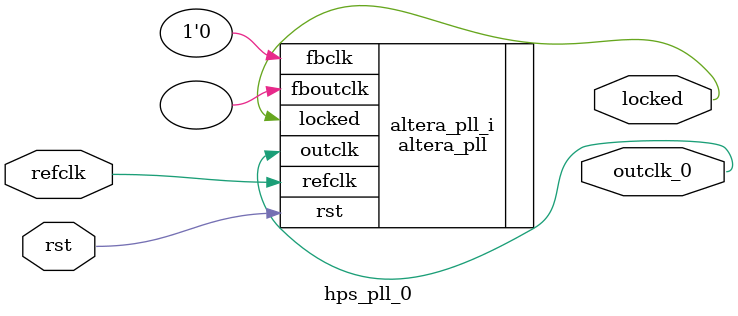
<source format=v>
`timescale 1ns/10ps
module  hps_pll_0(

	// interface 'refclk'
	input wire refclk,

	// interface 'reset'
	input wire rst,

	// interface 'outclk0'
	output wire outclk_0,

	// interface 'locked'
	output wire locked
);

	altera_pll #(
		.fractional_vco_multiplier("false"),
		.reference_clock_frequency("50.0 MHz"),
		.operation_mode("direct"),
		.number_of_clocks(1),
		.output_clock_frequency0("100.000000 MHz"),
		.phase_shift0("0 ps"),
		.duty_cycle0(50),
		.output_clock_frequency1("0 MHz"),
		.phase_shift1("0 ps"),
		.duty_cycle1(50),
		.output_clock_frequency2("0 MHz"),
		.phase_shift2("0 ps"),
		.duty_cycle2(50),
		.output_clock_frequency3("0 MHz"),
		.phase_shift3("0 ps"),
		.duty_cycle3(50),
		.output_clock_frequency4("0 MHz"),
		.phase_shift4("0 ps"),
		.duty_cycle4(50),
		.output_clock_frequency5("0 MHz"),
		.phase_shift5("0 ps"),
		.duty_cycle5(50),
		.output_clock_frequency6("0 MHz"),
		.phase_shift6("0 ps"),
		.duty_cycle6(50),
		.output_clock_frequency7("0 MHz"),
		.phase_shift7("0 ps"),
		.duty_cycle7(50),
		.output_clock_frequency8("0 MHz"),
		.phase_shift8("0 ps"),
		.duty_cycle8(50),
		.output_clock_frequency9("0 MHz"),
		.phase_shift9("0 ps"),
		.duty_cycle9(50),
		.output_clock_frequency10("0 MHz"),
		.phase_shift10("0 ps"),
		.duty_cycle10(50),
		.output_clock_frequency11("0 MHz"),
		.phase_shift11("0 ps"),
		.duty_cycle11(50),
		.output_clock_frequency12("0 MHz"),
		.phase_shift12("0 ps"),
		.duty_cycle12(50),
		.output_clock_frequency13("0 MHz"),
		.phase_shift13("0 ps"),
		.duty_cycle13(50),
		.output_clock_frequency14("0 MHz"),
		.phase_shift14("0 ps"),
		.duty_cycle14(50),
		.output_clock_frequency15("0 MHz"),
		.phase_shift15("0 ps"),
		.duty_cycle15(50),
		.output_clock_frequency16("0 MHz"),
		.phase_shift16("0 ps"),
		.duty_cycle16(50),
		.output_clock_frequency17("0 MHz"),
		.phase_shift17("0 ps"),
		.duty_cycle17(50),
		.pll_type("General"),
		.pll_subtype("General")
	) altera_pll_i (
		.rst	(rst),
		.outclk	({outclk_0}),
		.locked	(locked),
		.fboutclk	( ),
		.fbclk	(1'b0),
		.refclk	(refclk)
	);
endmodule


</source>
